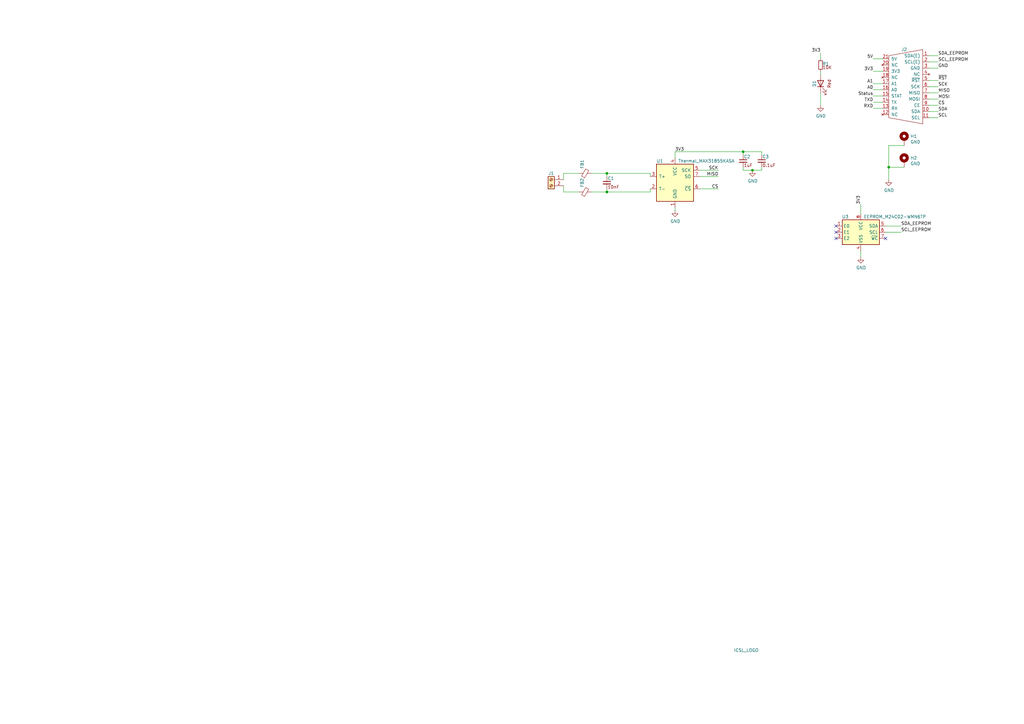
<source format=kicad_sch>
(kicad_sch (version 20211123) (generator eeschema)
  (paper "A3")
  (lib_symbols
    (symbol "ICSL:Amphenol_91911-31321_plug" (pin_names (offset 1.016))
      (property "Reference" "J" (at 0 12.7 0))
      (symbol "Amphenol_91911-31321_plug_0_1"
        (polyline (pts (xy 7.62 -17.78) (xy 7.62 12.7)))
        (polyline (pts (xy 7.62 12.7) (xy -6.35 10.16) (xy -6.35 -15.24) (xy 7.62 -17.78)))
      )
      (symbol "Amphenol_91911-31321_plug_1_1"
        (pin bidirectional line (at 10.16 10.16 180) (length 2.54) (name "SDA(E)") (number "1"))
        (pin bidirectional line (at 10.16 -12.7 180) (length 2.54) (name "SDA") (number "10"))
        (pin output line (at 10.16 -15.24 180) (length 2.54) (name "SCL") (number "11"))
        (pin no_connect line (at -8.89 -13.97 0) (length 2.54) (name "NC") (number "12"))
        (pin input line (at -8.89 -11.43 0) (length 2.54) (name "RX") (number "13"))
        (pin output line (at -8.89 -8.89 0) (length 2.54) (name "TX") (number "14"))
        (pin input line (at -8.89 -6.35 0) (length 2.54) (name "STAT") (number "15"))
        (pin input line (at -8.89 -3.81 0) (length 2.54) (name "A0") (number "16"))
        (pin input line (at -8.89 -1.27 0) (length 2.54) (name "A1") (number "17"))
        (pin no_connect line (at -8.89 1.27 0) (length 2.54) (name "NC") (number "18"))
        (pin power_out line (at -8.89 3.81 0) (length 2.54) (name "3V3") (number "19"))
        (pin output line (at 10.16 7.62 180) (length 2.54) (name "SCL(E)") (number "2"))
        (pin no_connect line (at -8.89 6.35 0) (length 2.54) (name "NC") (number "20"))
        (pin power_out line (at -8.89 8.89 0) (length 2.54) (name "5V") (number "21"))
        (pin power_out line (at 10.16 5.08 180) (length 2.54) (name "GND") (number "3"))
        (pin no_connect line (at 10.16 2.54 180) (length 2.54) (name "NC") (number "4"))
        (pin output line (at 10.16 0 180) (length 2.54) (name "~{RST}") (number "5"))
        (pin output line (at 10.16 -2.54 180) (length 2.54) (name "SCK") (number "6"))
        (pin input line (at 10.16 -5.08 180) (length 2.54) (name "MISO") (number "7"))
        (pin output line (at 10.16 -7.62 180) (length 2.54) (name "MOSI") (number "8"))
        (pin output line (at 10.16 -10.16 180) (length 2.54) (name "CE") (number "9"))
      )
    )
    (symbol "ICSL:ICSL_LOGO"
      (property "Value" "ICSL_LOGO" (at 0 0 0))
    )
    (symbol "Mechanical:MountingHole_Pad" (pin_numbers hide) (pin_names (offset 1.016) hide)
      (property "Reference" "H" (at 0 6.35 0))
      (property "Value" "MountingHole_Pad" (at 0 4.445 0))
      (symbol "MountingHole_Pad_0_1"
        (circle (center 0 1.27) (radius 1.27) (stroke (width 1.27)))
      )
      (symbol "MountingHole_Pad_1_1"
        (pin input line (at 0 -2.54 90) (length 2.54) (name "1") (number "1"))
      )
    )
    (symbol "jlcsmt-ic:EEPROM_M24C02-WMN6TP"
      (property "Reference" "U" (at -6.35 6.35 0))
      (property "Value" "EEPROM_M24C02-WMN6TP" (at 13.97 6.35 0))
      (symbol "EEPROM_M24C02-WMN6TP_0_1"
        (rectangle (start -7.62 5.08) (end 7.62 -5.08) (stroke (width 0.254)) (fill (type background)))
      )
      (symbol "EEPROM_M24C02-WMN6TP_1_1"
        (pin input line (at -10.16 2.54 0) (length 2.54) (name "E0") (number "1"))
        (pin input line (at -10.16 0 0) (length 2.54) (name "E1") (number "2"))
        (pin input line (at -10.16 -2.54 0) (length 2.54) (name "E2") (number "3"))
        (pin power_in line (at 0 -7.62 90) (length 2.54) (name "VSS") (number "4"))
        (pin bidirectional line (at 10.16 2.54 180) (length 2.54) (name "SDA") (number "5"))
        (pin input line (at 10.16 0 180) (length 2.54) (name "SCL") (number "6"))
        (pin input line (at 10.16 -2.54 180) (length 2.54) (name "~{WC}") (number "7"))
        (pin power_in line (at 0 7.62 270) (length 2.54) (name "VCC") (number "8"))
      )
    )
    (symbol "jlcsmt-mechanical:Screw_Terminal_01x02_3.5mm_horiz" (pin_names (offset 1.016) hide)
      (property "Reference" "J" (at 0 2.54 0))
      (symbol "Screw_Terminal_01x02_3.5mm_horiz_1_1"
        (rectangle (start -1.27 1.27) (end 1.27 -3.81) (stroke (width 0.254)) (fill (type background)))
        (circle (center 0 -2.54) (radius 0.635) (stroke (width 0.1524)))
        (polyline (pts (xy -0.5334 -2.2098) (xy 0.3302 -3.048)) (stroke (width 0.1524)))
        (polyline (pts (xy -0.5334 0.3302) (xy 0.3302 -0.508)) (stroke (width 0.1524)))
        (polyline (pts (xy -0.3556 -2.032) (xy 0.508 -2.8702)) (stroke (width 0.1524)))
        (polyline (pts (xy -0.3556 0.508) (xy 0.508 -0.3302)) (stroke (width 0.1524)))
        (circle (center 0 0) (radius 0.635) (stroke (width 0.1524)))
        (pin passive line (at -5.08 0 0) (length 3.81) (name "Pin_1") (number "1"))
        (pin passive line (at -5.08 -2.54 0) (length 3.81) (name "Pin_2") (number "2"))
      )
    )
    (symbol "jlcsmt-rcl:B_0805_600R" (pin_numbers hide) (pin_names (offset 0))
      (property "Reference" "FB" (at 1.905 1.27 0))
      (symbol "B_0805_600R_0_1"
        (polyline (pts (xy 0 -1.27) (xy 0 -0.7874)))
        (polyline (pts (xy 0 0.889) (xy 0 1.2954)))
        (polyline (pts (xy -1.8288 0.2794) (xy -1.1176 1.4986) (xy 1.8288 -0.2032) (xy 1.1176 -1.4224) (xy -1.8288 0.2794)))
      )
      (symbol "B_0805_600R_1_1"
        (pin passive line (at 0 2.54 270) (length 1.27) (name "~") (number "1"))
        (pin passive line (at 0 -2.54 90) (length 1.27) (name "~") (number "2"))
      )
    )
    (symbol "jlcsmt-rcl:C_0402_0.1uF_16V" (pin_numbers hide) (pin_names (offset 0.254) hide)
      (property "Reference" "C" (at 0.254 1.778 0))
      (symbol "C_0402_0.1uF_16V_0_0"
        (text "0.1uF" (at 0.254 -1.778 0) (effects (font (size 1.27 1.27)) (justify left)))
      )
      (symbol "C_0402_0.1uF_16V_0_1"
        (polyline (pts (xy -1.524 -0.508) (xy 1.524 -0.508)) (stroke (width 0.3302)))
        (polyline (pts (xy -1.524 0.508) (xy 1.524 0.508)) (stroke (width 0.3048)))
      )
      (symbol "C_0402_0.1uF_16V_1_1"
        (pin passive line (at 0 2.54 270) (length 2.032) (name "~") (number "1"))
        (pin passive line (at 0 -2.54 90) (length 2.032) (name "~") (number "2"))
      )
    )
    (symbol "jlcsmt-rcl:C_0402_1uF_25V" (pin_numbers hide) (pin_names (offset 0.254) hide)
      (property "Reference" "C" (at 0.254 1.778 0))
      (symbol "C_0402_1uF_25V_0_0"
        (text "1uF" (at 0.254 -1.778 0) (effects (font (size 1.27 1.27)) (justify left)))
      )
      (symbol "C_0402_1uF_25V_0_1"
        (polyline (pts (xy -1.524 -0.508) (xy 1.524 -0.508)) (stroke (width 0.3302)))
        (polyline (pts (xy -1.524 0.508) (xy 1.524 0.508)) (stroke (width 0.3048)))
      )
      (symbol "C_0402_1uF_25V_1_1"
        (pin passive line (at 0 2.54 270) (length 2.032) (name "~") (number "1"))
        (pin passive line (at 0 -2.54 90) (length 2.032) (name "~") (number "2"))
      )
    )
    (symbol "jlcsmt-rcl:C_0805_10nF_50V" (pin_numbers hide) (pin_names (offset 0.254) hide)
      (property "Reference" "C" (at 0.254 1.778 0))
      (symbol "C_0805_10nF_50V_0_0"
        (text "10nF" (at 0.254 -1.778 0) (effects (font (size 1.27 1.27)) (justify left)))
      )
      (symbol "C_0805_10nF_50V_0_1"
        (polyline (pts (xy -1.524 -0.508) (xy 1.524 -0.508)) (stroke (width 0.3302)))
        (polyline (pts (xy -1.524 0.508) (xy 1.524 0.508)) (stroke (width 0.3048)))
      )
      (symbol "C_0805_10nF_50V_1_1"
        (pin passive line (at 0 2.54 270) (length 2.032) (name "~") (number "1"))
        (pin passive line (at 0 -2.54 90) (length 2.032) (name "~") (number "2"))
      )
    )
    (symbol "jlcsmt-rcl:LED_0603_Red" (pin_numbers hide) (pin_names (offset 1.016) hide)
      (property "Reference" "D" (at 0 2.54 0))
      (symbol "LED_0603_Red_0_0"
        (text "Red" (at 0 -3.556 0) (effects (font (size 1.27 1.27))))
      )
      (symbol "LED_0603_Red_0_1"
        (polyline (pts (xy -1.27 -1.27) (xy -1.27 1.27)) (stroke (width 0.254)))
        (polyline (pts (xy -1.27 0) (xy 1.27 0)))
        (polyline (pts (xy 1.27 -1.27) (xy 1.27 1.27) (xy -1.27 0) (xy 1.27 -1.27)) (stroke (width 0.254)))
        (polyline (pts (xy -3.048 -0.762) (xy -4.572 -2.286) (xy -3.81 -2.286) (xy -4.572 -2.286) (xy -4.572 -1.524)))
        (polyline (pts (xy -1.778 -0.762) (xy -3.302 -2.286) (xy -2.54 -2.286) (xy -3.302 -2.286) (xy -3.302 -1.524)))
      )
      (symbol "LED_0603_Red_1_1"
        (pin passive line (at -3.81 0 0) (length 2.54) (name "K") (number "1"))
        (pin passive line (at 3.81 0 180) (length 2.54) (name "A") (number "2"))
      )
    )
    (symbol "jlcsmt-rcl:R_0402_10K" (pin_numbers hide) (pin_names (offset 0.254) hide)
      (property "Reference" "R" (at 0.762 0.508 0))
      (symbol "R_0402_10K_0_0"
        (text "10K" (at 0.762 -1.016 0) (effects (font (size 1.27 1.27)) (justify left)))
      )
      (symbol "R_0402_10K_0_1"
        (rectangle (start -0.762 1.778) (end 0.762 -1.778) (stroke (width 0.2032)))
      )
      (symbol "R_0402_10K_1_1"
        (pin passive line (at 0 2.54 270) (length 0.762) (name "~") (number "1"))
        (pin passive line (at 0 -2.54 90) (length 0.762) (name "~") (number "2"))
      )
    )
    (symbol "jlcsmt-sensors:Thermal_MAX31855KASA" (pin_names (offset 1.016))
      (property "Reference" "U" (at -7.62 8.89 0))
      (property "Value" "Thermal_MAX31855KASA" (at 1.27 8.89 0))
      (symbol "Thermal_MAX31855KASA_0_1"
        (rectangle (start -7.62 7.62) (end 7.62 -7.62) (stroke (width 0.254)) (fill (type background)))
      )
      (symbol "Thermal_MAX31855KASA_1_1"
        (pin power_in line (at 0 -10.16 90) (length 2.54) (name "GND") (number "1"))
        (pin passive line (at -10.16 -2.54 0) (length 2.54) (name "T-") (number "2"))
        (pin passive line (at -10.16 2.54 0) (length 2.54) (name "T+") (number "3"))
        (pin power_in line (at 0 10.16 270) (length 2.54) (name "VCC") (number "4"))
        (pin input line (at 10.16 5.08 180) (length 2.54) (name "SCK") (number "5"))
        (pin input line (at 10.16 -2.54 180) (length 2.54) (name "~{CS}") (number "6"))
        (pin tri_state line (at 10.16 2.54 180) (length 2.54) (name "SO") (number "7"))
      )
    )
    (symbol "power:GND" (power) (pin_names (offset 0))
      (property "Value" "GND" (at 0 -3.81 0))
      (symbol "GND_0_1"
        (polyline (pts (xy 0 0) (xy 0 -1.27) (xy 1.27 -1.27) (xy 0 -2.54) (xy -1.27 -1.27) (xy 0 -1.27)))
      )
      (symbol "GND_1_1"
        (pin power_in line (at 0 0 270) (length 0) hide (name "GND") (number "1"))
      )
    )
  )
  (junction (at 364.49 68.58))
  (junction (at 248.92 71.12))
  (junction (at 308.61 69.85))
  (junction (at 248.92 78.74))
  (junction (at 304.8 62.23))
  (no_connect (at 363.22 97.79))
  (no_connect (at 342.9 97.79))
  (no_connect (at 342.9 92.71))
  (no_connect (at 342.9 95.25))
  (wire (pts (xy 358.14 29.21) (xy 361.95 29.21)))
  (wire (pts (xy 231.14 76.2) (xy 231.14 78.74)))
  (wire (pts (xy 364.49 73.66) (xy 364.49 68.58)))
  (wire (pts (xy 312.42 62.23) (xy 304.8 62.23)))
  (wire (pts (xy 358.14 41.91) (xy 361.95 41.91)))
  (wire (pts (xy 231.14 78.74) (xy 237.49 78.74)))
  (wire (pts (xy 276.86 86.36) (xy 276.86 85.09)))
  (wire (pts (xy 381 22.86) (xy 384.81 22.86)))
  (wire (pts (xy 248.92 78.74) (xy 242.57 78.74)))
  (wire (pts (xy 266.7 71.12) (xy 266.7 72.39)))
  (wire (pts (xy 304.8 69.85) (xy 304.8 68.58)))
  (wire (pts (xy 363.22 92.71) (xy 369.57 92.71)))
  (wire (pts (xy 312.42 63.5) (xy 312.42 62.23)))
  (wire (pts (xy 358.14 44.45) (xy 361.95 44.45)))
  (wire (pts (xy 248.92 71.12) (xy 266.7 71.12)))
  (wire (pts (xy 312.42 69.85) (xy 308.61 69.85)))
  (wire (pts (xy 364.49 59.69) (xy 370.84 59.69)))
  (wire (pts (xy 381 43.18) (xy 384.81 43.18)))
  (wire (pts (xy 248.92 71.12) (xy 248.92 72.39)))
  (wire (pts (xy 304.8 62.23) (xy 304.8 63.5)))
  (wire (pts (xy 304.8 62.23) (xy 276.86 62.23)))
  (wire (pts (xy 381 35.56) (xy 384.81 35.56)))
  (wire (pts (xy 381 45.72) (xy 384.81 45.72)))
  (wire (pts (xy 308.61 69.85) (xy 304.8 69.85)))
  (wire (pts (xy 276.86 62.23) (xy 276.86 64.77)))
  (wire (pts (xy 248.92 77.47) (xy 248.92 78.74)))
  (wire (pts (xy 381 27.94) (xy 384.81 27.94)))
  (wire (pts (xy 287.02 72.39) (xy 294.64 72.39)))
  (wire (pts (xy 287.02 77.47) (xy 294.64 77.47)))
  (wire (pts (xy 381 40.64) (xy 384.81 40.64)))
  (wire (pts (xy 358.14 34.29) (xy 361.95 34.29)))
  (wire (pts (xy 364.49 68.58) (xy 370.84 68.58)))
  (wire (pts (xy 381 38.1) (xy 384.81 38.1)))
  (wire (pts (xy 381 33.02) (xy 384.81 33.02)))
  (wire (pts (xy 381 48.26) (xy 384.81 48.26)))
  (wire (pts (xy 364.49 68.58) (xy 364.49 59.69)))
  (wire (pts (xy 358.14 24.13) (xy 361.95 24.13)))
  (wire (pts (xy 266.7 77.47) (xy 266.7 78.74)))
  (wire (pts (xy 358.14 36.83) (xy 361.95 36.83)))
  (wire (pts (xy 312.42 68.58) (xy 312.42 69.85)))
  (wire (pts (xy 381 25.4) (xy 384.81 25.4)))
  (wire (pts (xy 336.55 29.21) (xy 336.55 30.48)))
  (wire (pts (xy 363.22 95.25) (xy 369.57 95.25)))
  (wire (pts (xy 358.14 39.37) (xy 361.95 39.37)))
  (wire (pts (xy 353.06 105.41) (xy 353.06 102.87)))
  (wire (pts (xy 336.55 43.18) (xy 336.55 38.1)))
  (wire (pts (xy 231.14 71.12) (xy 231.14 73.66)))
  (wire (pts (xy 237.49 71.12) (xy 231.14 71.12)))
  (wire (pts (xy 242.57 71.12) (xy 248.92 71.12)))
  (wire (pts (xy 287.02 69.85) (xy 294.64 69.85)))
  (wire (pts (xy 336.55 21.59) (xy 336.55 24.13)))
  (wire (pts (xy 353.06 83.82) (xy 353.06 87.63)))
  (wire (pts (xy 266.7 78.74) (xy 248.92 78.74)))
  (label "SDA_EEPROM" (at 369.57 92.71 0))
  (label "SDA_EEPROM" (at 384.81 22.86 0))
  (label "3V3" (at 358.14 29.21 180))
  (label "SCK" (at 384.81 35.56 0))
  (label "GND" (at 384.81 27.94 0))
  (label "3V3" (at 353.06 83.82 90))
  (label "A0" (at 358.14 36.83 180))
  (label "MOSI" (at 384.81 40.64 0))
  (label "~{RST}" (at 384.81 33.02 0))
  (label "5V" (at 358.14 24.13 180))
  (label "MISO" (at 384.81 38.1 0))
  (label "A1" (at 358.14 34.29 180))
  (label "SDA" (at 384.81 45.72 0))
  (label "CS" (at 384.81 43.18 0))
  (label "CS" (at 294.64 77.47 180))
  (label "SCK" (at 294.64 69.85 180))
  (label "TXD" (at 358.14 41.91 180))
  (label "Status" (at 358.14 39.37 180))
  (label "RXD" (at 358.14 44.45 180))
  (label "3V3" (at 336.55 21.59 180))
  (label "SCL_EEPROM" (at 384.81 25.4 0))
  (label "SCL" (at 384.81 48.26 0))
  (label "MISO" (at 294.64 72.39 180))
  (label "3V3" (at 276.86 62.23 0))
  (label "SCL_EEPROM" (at 369.57 95.25 0))
  (symbol (lib_id "Mechanical:MountingHole_Pad") (at 370.84 57.15 0) (unit 1)
    (property "Reference" "H1" (at 373.38 55.9054 0) (effects (justify left)))
    (property "Value" "GND" (at 373.38 58.2168 0) (effects (justify left)))
    (property "Footprint" "ICSL:M1502-B-2545-AL-TOP" (effects hide))
  )
  (symbol (lib_id "Mechanical:MountingHole_Pad") (at 370.84 66.04 0) (unit 1)
    (property "Reference" "H2" (at 373.38 64.7954 0) (effects (justify left)))
    (property "Value" "GND" (at 373.38 67.1068 0) (effects (justify left)))
    (property "Footprint" "ICSL:M1502-B-2545-AL-TOP" (effects hide))
  )
  (symbol (lib_id "power:GND") (at 364.49 73.66 0) (unit 1)
    (property "Reference" "#PWR05" (effects hide))
    (property "Value" "GND" (at 364.617 78.0542 0))
  )
  (symbol (lib_id "ICSL:Amphenol_91911-31321_plug") (at 370.84 33.02 0) (unit 1)
    (property "Reference" "J2" (at 370.84 20.32 0))
    (property "Value" "Amphenol_91911-31321_plug" (effects hide))
    (property "Footprint" "ICSL:Amphenol_91911-31321LF_PLUG" (effects hide))
    (property "Datasheet" "https://cdn.amphenol-icc.com/media/wysiwyg/files/drawing/91900.pdf" (effects hide))
    (property "LCSC" "C9900009023" (effects hide))
  )
  (symbol (lib_id "power:GND") (at 336.55 43.18 0) (unit 1)
    (property "Reference" "#PWR03" (effects hide))
    (property "Value" "GND" (at 336.677 47.5742 0))
  )
  (symbol (lib_id "jlcsmt-rcl:B_0805_600R") (at 240.03 78.74 90) (unit 1)
    (property "Reference" "FB2" (at 238.76 76.835 0) (effects (justify left)))
    (property "Value" "B_0805_600R" (effects hide))
    (property "Footprint" "Inductor_SMD:L_0805_2012Metric" (effects hide))
    (property "Datasheet" "https://datasheet.lcsc.com/lcsc/2109181830_Sunlord-GZ2012D601TF_C1017.pdf" (effects hide))
    (property "MFR" "Sunlord" (effects hide))
    (property "MFR Part#" "GZ2012D601TF" (effects hide))
    (property "LCSC" "C1017" (effects hide))
  )
  (symbol (lib_id "jlcsmt-rcl:R_0402_10K") (at 336.55 26.67 0) (unit 1)
    (property "Reference" "R1" (at 337.312 26.162 0) (effects (justify left)))
    (property "Value" "R_0402_10K" (effects hide))
    (property "Footprint" "Resistor_SMD:R_0402_1005Metric" (effects hide))
    (property "Datasheet" "https://datasheet.lcsc.com/lcsc/2110260030_UNI-ROYAL-Uniroyal-Elec-0402WGF1002TCE_C25744.pdf" (effects hide))
    (property "MFR" "UNI-ROYAL(Uniroyal Elec)" (effects hide))
    (property "MFR Part#" "0402WGF1002TCE" (effects hide))
    (property "LCSC" "C25744" (effects hide))
  )
  (symbol (lib_id "power:GND") (at 276.86 86.36 0) (unit 1)
    (property "Reference" "#PWR01" (effects hide))
    (property "Value" "GND" (at 276.987 90.7542 0))
  )
  (symbol (lib_id "ICSL:ICSL_LOGO") (at 306.07 266.7 0) (unit 1)
    (property "Reference" "U2" (effects hide))
    (property "Value" "ICSL_LOGO" (at 306.07 266.7 0))
    (property "Footprint" "ICSL:icsl_logo" (effects hide))
  )
  (symbol (lib_id "jlcsmt-rcl:C_0402_0.1uF_16V") (at 312.42 66.04 0) (unit 1)
    (property "Reference" "C3" (at 312.674 64.262 0) (effects (justify left)))
    (property "Value" "C_0402_0.1uF_16V" (effects hide))
    (property "Footprint" "Capacitor_SMD:C_0402_1005Metric" (effects hide))
    (property "Datasheet" "https://datasheet.lcsc.com/lcsc/1810191219_Samsung-Electro-Mechanics-CL05B104KO5NNNC_C1525.pdf" (effects hide))
    (property "MFR" "Samsung Electro-Mechanics" (effects hide))
    (property "MFR Part#" "CL05B104KO5NNNC" (effects hide))
    (property "LCSC" "C1525" (effects hide))
  )
  (symbol (lib_id "power:GND") (at 353.06 105.41 0) (unit 1)
    (property "Reference" "#PWR04" (effects hide))
    (property "Value" "GND" (at 353.187 109.8042 0))
  )
  (symbol (lib_id "jlcsmt-rcl:C_0402_1uF_25V") (at 304.8 66.04 0) (unit 1)
    (property "Reference" "C2" (at 305.054 64.262 0) (effects (justify left)))
    (property "Value" "C_0402_1uF_25V" (effects hide))
    (property "Footprint" "Capacitor_SMD:C_0402_1005Metric" (effects hide))
    (property "Datasheet" "https://datasheet.lcsc.com/lcsc/1811091611_Samsung-Electro-Mechanics-CL05A105KA5NQNC_C52923.pdf" (effects hide))
    (property "MFR" "Samsung Electro-Mechanics" (effects hide))
    (property "MFR Part#" "CL05A105KA5NQNC" (effects hide))
    (property "LCSC" "C52923" (effects hide))
  )
  (symbol (lib_id "jlcsmt-rcl:LED_0603_Red") (at 336.55 34.29 90) (unit 1)
    (property "Reference" "D1" (at 334.01 34.29 0))
    (property "Value" "LED_0603_Red" (effects hide))
    (property "Footprint" "jlcsmt:LED_0603_1608Metric" (effects hide))
    (property "Datasheet" "https://datasheet.lcsc.com/lcsc/1810231112_Hubei-KENTO-Elec-KT-0603R_C2286.pdf" (effects hide))
    (property "MFR" "Hubei KENTO Elec" (effects hide))
    (property "MFR Part#" "KT-0603R" (effects hide))
    (property "LCSC" "C2286" (effects hide))
  )
  (symbol (lib_id "jlcsmt-rcl:B_0805_600R") (at 240.03 71.12 90) (unit 1)
    (property "Reference" "FB1" (at 238.76 69.215 0) (effects (justify left)))
    (property "Value" "B_0805_600R" (effects hide))
    (property "Footprint" "Inductor_SMD:L_0805_2012Metric" (effects hide))
    (property "Datasheet" "https://datasheet.lcsc.com/lcsc/2109181830_Sunlord-GZ2012D601TF_C1017.pdf" (effects hide))
    (property "MFR" "Sunlord" (effects hide))
    (property "MFR Part#" "GZ2012D601TF" (effects hide))
    (property "LCSC" "C1017" (effects hide))
  )
  (symbol (lib_id "jlcsmt-ic:EEPROM_M24C02-WMN6TP") (at 353.06 95.25 0) (unit 1)
    (property "Reference" "U3" (at 346.71 88.9 0))
    (property "Value" "EEPROM_M24C02-WMN6TP" (at 367.03 88.9 0))
    (property "Footprint" "jlcsmt:SOIC-8_3.9x4.9mm_P1.27mm" (effects hide))
    (property "Datasheet" "https://datasheet.lcsc.com/lcsc/1809061818_STMicroelectronics-M24C02-WMN6TP_C7562.pdf" (effects hide))
    (property "MFR" "STMicroelectronics" (effects hide))
    (property "MFR Part#" "M24C02-WMN6TP" (effects hide))
    (property "LCSC" "C7562" (effects hide))
  )
  (symbol (lib_id "power:GND") (at 308.61 69.85 0) (unit 1)
    (property "Reference" "#PWR02" (effects hide))
    (property "Value" "GND" (at 308.737 74.2442 0))
  )
  (symbol (lib_id "jlcsmt-rcl:C_0805_10nF_50V") (at 248.92 74.93 0) (unit 1)
    (property "Reference" "C1" (at 249.174 73.152 0) (effects (justify left)))
    (property "Value" "C_0805_10nF_50V" (effects hide))
    (property "Footprint" "Capacitor_SMD:C_0805_2012Metric" (effects hide))
    (property "Datasheet" "https://datasheet.lcsc.com/lcsc/1811151136_Samsung-Electro-Mechanics-CL21B103KBANNNC_C1710.pdf" (effects hide))
    (property "MFR" "Samsung Electro-Mechanics" (effects hide))
    (property "MFR Part#" "CL21B103KBANNNC" (effects hide))
    (property "LCSC" "C1710" (effects hide))
  )
  (symbol (lib_id "jlcsmt-sensors:Thermal_MAX31855KASA") (at 276.86 74.93 0) (unit 1)
    (property "Reference" "U1" (at 269.24 66.04 0) (effects (justify left)))
    (property "Value" "Thermal_MAX31855KASA" (at 278.13 66.04 0) (effects (justify left)))
    (property "Footprint" "jlcsmt:SOIC-8_3.9x4.9mm_P1.27mm" (effects hide))
    (property "Datasheet" "http://datasheets.maximintegrated.com/en/ds/MAX31855.pdf" (effects hide))
    (property "MFR" "Maxim Integrated" (effects hide))
    (property "MFR Part#" "MAX31855KASA+T" (effects hide))
    (property "LCSC" "C52028" (effects hide))
  )
  (symbol (lib_id "jlcsmt-mechanical:Screw_Terminal_01x02_3.5mm_horiz") (at 226.06 73.66 0) (mirror y) (unit 1)
    (property "Reference" "J1" (at 226.06 71.12 0))
    (property "Value" "Screw_Terminal_01x02_3.5mm_horiz" (effects hide))
    (property "Footprint" "jlcsmt:TerminalBlock_1x02_P3.50mm_Horizontal" (effects hide))
    (property "Datasheet" "https://datasheet.lcsc.com/lcsc/2001160007_Cixi-Kefa-Elec-KF350-3-5-2P_C474892.pdf" (effects hide))
    (property "MFR" "Cixi Kefa Elec" (effects hide))
    (property "MFR Part#" "KF350-3.5-2P" (effects hide))
    (property "LCSC" "C474892" (effects hide))
  )
)
</source>
